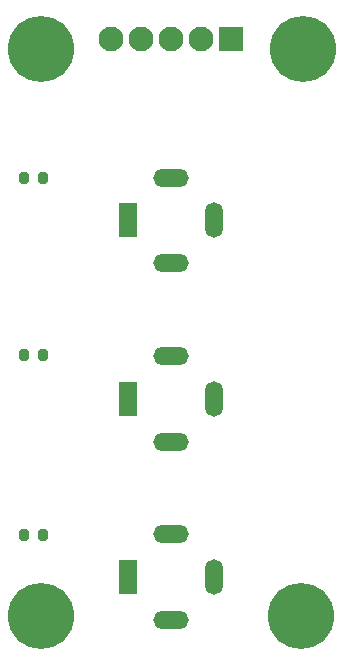
<source format=gbr>
%TF.GenerationSoftware,KiCad,Pcbnew,7.0.1*%
%TF.CreationDate,2023-03-29T16:16:29+02:00*%
%TF.ProjectId,remote,72656d6f-7465-42e6-9b69-6361645f7063,1.0*%
%TF.SameCoordinates,Original*%
%TF.FileFunction,Soldermask,Top*%
%TF.FilePolarity,Negative*%
%FSLAX46Y46*%
G04 Gerber Fmt 4.6, Leading zero omitted, Abs format (unit mm)*
G04 Created by KiCad (PCBNEW 7.0.1) date 2023-03-29 16:16:29*
%MOMM*%
%LPD*%
G01*
G04 APERTURE LIST*
G04 Aperture macros list*
%AMRoundRect*
0 Rectangle with rounded corners*
0 $1 Rounding radius*
0 $2 $3 $4 $5 $6 $7 $8 $9 X,Y pos of 4 corners*
0 Add a 4 corners polygon primitive as box body*
4,1,4,$2,$3,$4,$5,$6,$7,$8,$9,$2,$3,0*
0 Add four circle primitives for the rounded corners*
1,1,$1+$1,$2,$3*
1,1,$1+$1,$4,$5*
1,1,$1+$1,$6,$7*
1,1,$1+$1,$8,$9*
0 Add four rect primitives between the rounded corners*
20,1,$1+$1,$2,$3,$4,$5,0*
20,1,$1+$1,$4,$5,$6,$7,0*
20,1,$1+$1,$6,$7,$8,$9,0*
20,1,$1+$1,$8,$9,$2,$3,0*%
G04 Aperture macros list end*
%ADD10C,5.600000*%
%ADD11RoundRect,0.200000X0.200000X0.275000X-0.200000X0.275000X-0.200000X-0.275000X0.200000X-0.275000X0*%
%ADD12R,1.500000X3.000000*%
%ADD13O,1.500000X3.000000*%
%ADD14O,3.000000X1.500000*%
%ADD15R,2.100000X2.100000*%
%ADD16C,2.100000*%
G04 APERTURE END LIST*
D10*
%TO.C,H1*%
X130675000Y-54400000D03*
%TD*%
D11*
%TO.C,R1*%
X130825000Y-65300000D03*
X129175000Y-65300000D03*
%TD*%
%TO.C,R2*%
X130825000Y-80300000D03*
X129175000Y-80300000D03*
%TD*%
%TO.C,R3*%
X130825000Y-95500000D03*
X129175000Y-95500000D03*
%TD*%
D12*
%TO.C,J1*%
X138050000Y-68900000D03*
D13*
X145300000Y-68900000D03*
D14*
X141675000Y-65275000D03*
X141675000Y-72525000D03*
%TD*%
D15*
%TO.C,J4*%
X146700000Y-53500000D03*
D16*
X144160000Y-53500000D03*
X141620000Y-53500000D03*
X139080000Y-53500000D03*
X136540000Y-53500000D03*
%TD*%
D12*
%TO.C,J2*%
X138050000Y-84000000D03*
D13*
X145300000Y-84000000D03*
D14*
X141675000Y-80375000D03*
X141675000Y-87625000D03*
%TD*%
D10*
%TO.C,H3*%
X130675000Y-102400000D03*
%TD*%
%TO.C,H4*%
X152675000Y-102400000D03*
%TD*%
%TO.C,H2*%
X152800000Y-54400000D03*
%TD*%
D12*
%TO.C,J3*%
X138050000Y-99100000D03*
D13*
X145300000Y-99100000D03*
D14*
X141675000Y-95475000D03*
X141675000Y-102725000D03*
%TD*%
M02*

</source>
